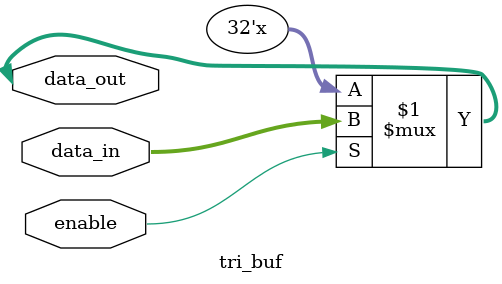
<source format=v>


// -------------------------------- //
//	By: Bryce Keen	
//	Created: 06/30/2023
// -------------------------------- //
//	Last Modified: 06/30/2023

// Change Log:	NA


module tri_buf(data_in, data_out, enable);
	parameter WIDTH = 32;
	
	input wire [WIDTH - 1:0]	data_in;
    input wire      			enable;
	inout wire [WIDTH - 1:0]	data_out;

    assign data_out = enable ? data_in : {WIDTH{1'bZ}};

endmodule

</source>
